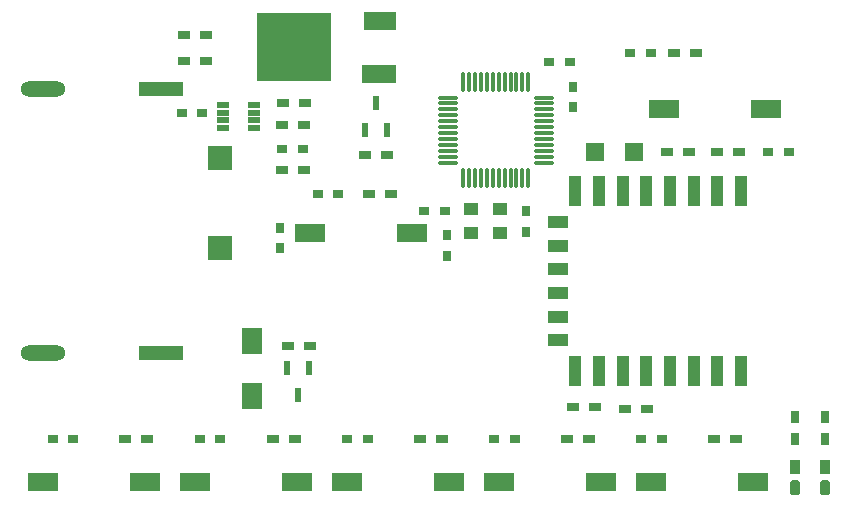
<source format=gtp>
G04*
G04 #@! TF.GenerationSoftware,Altium Limited,Altium Designer,20.0.13 (296)*
G04*
G04 Layer_Color=8421504*
%FSLAX25Y25*%
%MOIN*%
G70*
G01*
G75*
%ADD21O,0.01100X0.07087*%
%ADD22O,0.07087X0.01100*%
%ADD23R,0.04000X0.03150*%
%ADD24R,0.03500X0.03000*%
%ADD25R,0.03000X0.03500*%
%ADD26R,0.06000X0.06000*%
%ADD27R,0.07087X0.04331*%
%ADD28R,0.04331X0.10236*%
%ADD29R,0.01968X0.04724*%
%ADD30R,0.06890X0.08661*%
%ADD31R,0.03150X0.04000*%
G04:AMPARAMS|DCode=32|XSize=50mil|YSize=35mil|CornerRadius=0mil|HoleSize=0mil|Usage=FLASHONLY|Rotation=270.000|XOffset=0mil|YOffset=0mil|HoleType=Round|Shape=Octagon|*
%AMOCTAGOND32*
4,1,8,-0.00875,-0.02500,0.00875,-0.02500,0.01750,-0.01625,0.01750,0.01625,0.00875,0.02500,-0.00875,0.02500,-0.01750,0.01625,-0.01750,-0.01625,-0.00875,-0.02500,0.0*
%
%ADD32OCTAGOND32*%

%ADD33R,0.03500X0.05000*%
%ADD34R,0.05118X0.04331*%
%ADD35R,0.09843X0.05906*%
%ADD36R,0.24500X0.23000*%
%ADD37R,0.11000X0.06000*%
%ADD38R,0.11500X0.06000*%
%ADD39O,0.14961X0.05118*%
%ADD40R,0.14961X0.05118*%
G04:AMPARAMS|DCode=41|XSize=43.31mil|YSize=17.72mil|CornerRadius=2.22mil|HoleSize=0mil|Usage=FLASHONLY|Rotation=180.000|XOffset=0mil|YOffset=0mil|HoleType=Round|Shape=RoundedRectangle|*
%AMROUNDEDRECTD41*
21,1,0.04331,0.01329,0,0,180.0*
21,1,0.03888,0.01772,0,0,180.0*
1,1,0.00443,-0.01944,0.00664*
1,1,0.00443,0.01944,0.00664*
1,1,0.00443,0.01944,-0.00664*
1,1,0.00443,-0.01944,-0.00664*
%
%ADD41ROUNDEDRECTD41*%
%ADD42R,0.07874X0.07874*%
D21*
X249032Y312910D02*
D03*
X251000D02*
D03*
X252969D02*
D03*
X254937D02*
D03*
X256906D02*
D03*
X258874D02*
D03*
X260843D02*
D03*
X262811D02*
D03*
X264780D02*
D03*
X266748D02*
D03*
X268717D02*
D03*
X270685D02*
D03*
Y345000D02*
D03*
X268717D02*
D03*
X266748D02*
D03*
X264780D02*
D03*
X262811D02*
D03*
X260843D02*
D03*
X258874D02*
D03*
X256906D02*
D03*
X254937D02*
D03*
X252969D02*
D03*
X251000D02*
D03*
X249032D02*
D03*
D22*
X275903Y318128D02*
D03*
Y320097D02*
D03*
Y322065D02*
D03*
Y324034D02*
D03*
Y326002D02*
D03*
Y327971D02*
D03*
Y329939D02*
D03*
Y331908D02*
D03*
Y333876D02*
D03*
Y335845D02*
D03*
Y337813D02*
D03*
Y339782D02*
D03*
X243813D02*
D03*
Y337813D02*
D03*
Y335845D02*
D03*
Y333876D02*
D03*
Y331908D02*
D03*
Y329939D02*
D03*
Y327971D02*
D03*
Y326002D02*
D03*
Y324034D02*
D03*
Y322065D02*
D03*
Y320097D02*
D03*
Y318128D02*
D03*
D23*
X324300Y321500D02*
D03*
X317000D02*
D03*
X333700D02*
D03*
X341000D02*
D03*
X326650Y354500D02*
D03*
X319350D02*
D03*
X198000Y257000D02*
D03*
X190700D02*
D03*
X143693Y226000D02*
D03*
X136393D02*
D03*
X192770D02*
D03*
X185470D02*
D03*
X241846D02*
D03*
X234546D02*
D03*
X302850Y236000D02*
D03*
X310150D02*
D03*
X340000Y226000D02*
D03*
X332700D02*
D03*
X285700Y236500D02*
D03*
X293000D02*
D03*
X290923Y226000D02*
D03*
X283623D02*
D03*
X224800Y307500D02*
D03*
X217500D02*
D03*
X216350Y320500D02*
D03*
X223650D02*
D03*
X155850Y360500D02*
D03*
X163150D02*
D03*
Y352000D02*
D03*
X155850D02*
D03*
X188700Y315500D02*
D03*
X196000D02*
D03*
X188700Y330500D02*
D03*
X196000D02*
D03*
X196300Y338000D02*
D03*
X189000D02*
D03*
D24*
X350600Y321500D02*
D03*
X357500D02*
D03*
X311500Y354500D02*
D03*
X304600D02*
D03*
X277600Y351500D02*
D03*
X284500D02*
D03*
X112100Y226006D02*
D03*
X119000D02*
D03*
X161177D02*
D03*
X168077D02*
D03*
X210254D02*
D03*
X217154D02*
D03*
X308407D02*
D03*
X315307D02*
D03*
X259330D02*
D03*
X266230D02*
D03*
X242900Y302000D02*
D03*
X236000D02*
D03*
X207400Y307500D02*
D03*
X200500D02*
D03*
X162000Y334500D02*
D03*
X155100D02*
D03*
X195500Y322500D02*
D03*
X188600D02*
D03*
D25*
X285500Y343400D02*
D03*
Y336500D02*
D03*
X270000Y302000D02*
D03*
Y295100D02*
D03*
X243500Y293900D02*
D03*
Y287000D02*
D03*
X188000Y296400D02*
D03*
Y289500D02*
D03*
D26*
X293000Y321500D02*
D03*
X306000D02*
D03*
D27*
X280476Y258874D02*
D03*
Y266748D02*
D03*
Y274622D02*
D03*
Y282496D02*
D03*
Y290370D02*
D03*
Y298244D02*
D03*
D28*
X341500Y248638D02*
D03*
X333626D02*
D03*
X325752D02*
D03*
X317878D02*
D03*
X310004D02*
D03*
X302130D02*
D03*
X294256D02*
D03*
X286382D02*
D03*
Y308480D02*
D03*
X294256D02*
D03*
X302130D02*
D03*
X310004D02*
D03*
X317878D02*
D03*
X325752D02*
D03*
X333626D02*
D03*
X341500D02*
D03*
D29*
X197740Y249500D02*
D03*
X190260D02*
D03*
X194000Y240500D02*
D03*
X216260Y329000D02*
D03*
X223740D02*
D03*
X220000Y338000D02*
D03*
D30*
X178500Y240445D02*
D03*
Y258555D02*
D03*
D31*
X369500Y233150D02*
D03*
Y225850D02*
D03*
X359500Y233150D02*
D03*
Y225850D02*
D03*
D32*
X369526Y209500D02*
D03*
X359526D02*
D03*
D33*
X369526Y216500D02*
D03*
X359526D02*
D03*
D34*
X261200Y302500D02*
D03*
Y294600D02*
D03*
X251500Y302500D02*
D03*
Y294600D02*
D03*
D35*
X232000Y294500D02*
D03*
X198000D02*
D03*
X350000Y336000D02*
D03*
X316000D02*
D03*
X311500Y211500D02*
D03*
X345500D02*
D03*
X260875D02*
D03*
X294875D02*
D03*
X210250D02*
D03*
X244250D02*
D03*
X159625D02*
D03*
X193625D02*
D03*
X109000D02*
D03*
X143000D02*
D03*
D36*
X192500Y356500D02*
D03*
D37*
X221113Y365345D02*
D03*
D38*
X221013Y347545D02*
D03*
D39*
X108815Y254500D02*
D03*
Y342500D02*
D03*
D40*
X148185Y254500D02*
D03*
Y342500D02*
D03*
D41*
X168882Y337339D02*
D03*
X179118Y334780D02*
D03*
Y332220D02*
D03*
Y329661D02*
D03*
Y337339D02*
D03*
X168882Y334780D02*
D03*
Y332220D02*
D03*
Y329661D02*
D03*
D42*
X168000Y289500D02*
D03*
Y319500D02*
D03*
M02*

</source>
